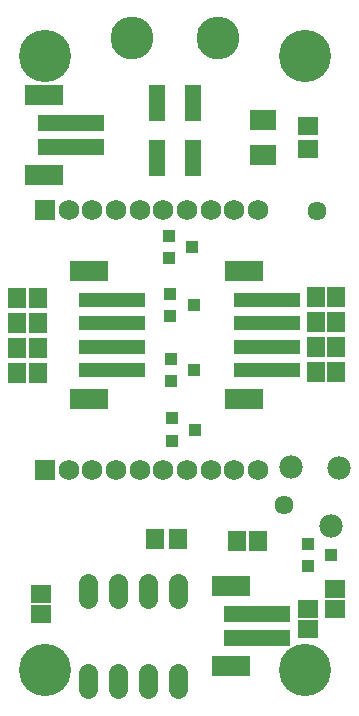
<source format=gbs>
G75*
G70*
%OFA0B0*%
%FSLAX24Y24*%
%IPPOS*%
%LPD*%
%AMOC8*
5,1,8,0,0,1.08239X$1,22.5*
%
%ADD10R,0.0867X0.0671*%
%ADD11R,0.0710X0.0592*%
%ADD12C,0.0640*%
%ADD13R,0.0592X0.0710*%
%ADD14R,0.0680X0.0680*%
%ADD15C,0.0680*%
%ADD16R,0.0434X0.0395*%
%ADD17R,0.0592X0.0671*%
%ADD18R,0.2245X0.0474*%
%ADD19R,0.1261X0.0710*%
%ADD20R,0.2245X0.0552*%
%ADD21R,0.0671X0.0592*%
%ADD22R,0.0580X0.1230*%
%ADD23C,0.1429*%
%ADD24C,0.1740*%
%ADD25C,0.0780*%
%ADD26C,0.0634*%
D10*
X009060Y018998D03*
X009060Y020179D03*
D11*
X010579Y019990D03*
X010579Y019203D03*
D12*
X006250Y004760D02*
X006250Y004200D01*
X005250Y004200D02*
X005250Y004760D01*
X004250Y004760D02*
X004250Y004200D01*
X003250Y004200D02*
X003250Y004760D01*
X003250Y001760D02*
X003250Y001200D01*
X004250Y001200D02*
X004250Y001760D01*
X005250Y001760D02*
X005250Y001200D01*
X006250Y001200D02*
X006250Y001760D01*
D13*
X006254Y006200D03*
X005466Y006200D03*
D14*
X001815Y008528D03*
X001815Y017189D03*
D15*
X002602Y017189D03*
X003390Y017189D03*
X004177Y017189D03*
X004964Y017189D03*
X005752Y017189D03*
X006539Y017189D03*
X007327Y017189D03*
X008114Y017189D03*
X008901Y017189D03*
X008901Y008528D03*
X008114Y008528D03*
X007327Y008528D03*
X006539Y008528D03*
X005752Y008528D03*
X004964Y008528D03*
X004177Y008528D03*
X003390Y008528D03*
X002602Y008528D03*
D16*
X006036Y009486D03*
X006036Y010234D03*
X005996Y011466D03*
X005996Y012214D03*
X005976Y013646D03*
X005976Y014394D03*
X005936Y015566D03*
X005936Y016314D03*
X006724Y015940D03*
X006764Y014020D03*
X006784Y011840D03*
X006824Y009860D03*
X010566Y006054D03*
X010566Y005306D03*
X011354Y005680D03*
D17*
X008895Y006160D03*
X008225Y006160D03*
X010850Y011784D03*
X010850Y012610D03*
X010850Y013437D03*
X010850Y014264D03*
X011520Y014264D03*
X011520Y013437D03*
X011520Y012610D03*
X011520Y011784D03*
X001559Y011756D03*
X001559Y012583D03*
X001559Y013410D03*
X001559Y014236D03*
X000890Y014236D03*
X000890Y013410D03*
X000890Y012583D03*
X000890Y011756D03*
D18*
X004052Y011831D03*
X004052Y012619D03*
X004052Y013406D03*
X004052Y014193D03*
X009216Y014193D03*
X009216Y013406D03*
X009216Y012619D03*
X009216Y011831D03*
D19*
X008429Y010886D03*
X008429Y015138D03*
X003264Y015138D03*
X001784Y018346D03*
X001784Y021024D03*
X003264Y010886D03*
X007994Y004644D03*
X007994Y001966D03*
D20*
X008880Y002911D03*
X008880Y003699D03*
X002670Y019291D03*
X002670Y020079D03*
D21*
X001690Y004375D03*
X001690Y003705D03*
X010570Y003875D03*
X010570Y003205D03*
X011480Y003885D03*
X011480Y004555D03*
D22*
X006736Y018921D03*
X006736Y020744D03*
X005555Y020744D03*
X005555Y018921D03*
D23*
X004709Y022898D03*
X007583Y022898D03*
D24*
X001815Y001835D03*
X010476Y001835D03*
X010476Y022307D03*
X001815Y022307D03*
D25*
X010000Y008600D03*
X011350Y006660D03*
X011600Y008580D03*
D26*
X009780Y007330D03*
X010890Y017130D03*
M02*

</source>
